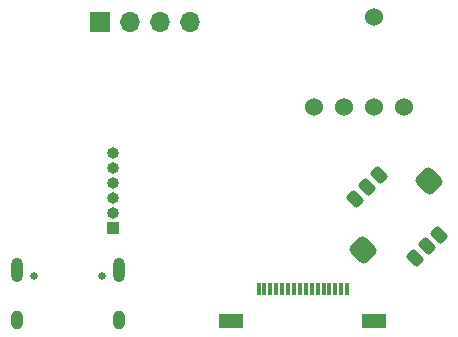
<source format=gbr>
%TF.GenerationSoftware,KiCad,Pcbnew,7.0.5*%
%TF.CreationDate,2023-07-02T21:33:01+09:00*%
%TF.ProjectId,robotrace_v2_Extended_UI,726f626f-7472-4616-9365-5f76325f4578,rev?*%
%TF.SameCoordinates,Original*%
%TF.FileFunction,Soldermask,Top*%
%TF.FilePolarity,Negative*%
%FSLAX46Y46*%
G04 Gerber Fmt 4.6, Leading zero omitted, Abs format (unit mm)*
G04 Created by KiCad (PCBNEW 7.0.5) date 2023-07-02 21:33:01*
%MOMM*%
%LPD*%
G01*
G04 APERTURE LIST*
G04 Aperture macros list*
%AMRoundRect*
0 Rectangle with rounded corners*
0 $1 Rounding radius*
0 $2 $3 $4 $5 $6 $7 $8 $9 X,Y pos of 4 corners*
0 Add a 4 corners polygon primitive as box body*
4,1,4,$2,$3,$4,$5,$6,$7,$8,$9,$2,$3,0*
0 Add four circle primitives for the rounded corners*
1,1,$1+$1,$2,$3*
1,1,$1+$1,$4,$5*
1,1,$1+$1,$6,$7*
1,1,$1+$1,$8,$9*
0 Add four rect primitives between the rounded corners*
20,1,$1+$1,$2,$3,$4,$5,0*
20,1,$1+$1,$4,$5,$6,$7,0*
20,1,$1+$1,$6,$7,$8,$9,0*
20,1,$1+$1,$8,$9,$2,$3,0*%
G04 Aperture macros list end*
%ADD10O,1.700000X1.700000*%
%ADD11R,1.700000X1.700000*%
%ADD12R,0.300000X1.000000*%
%ADD13R,2.000000X1.300000*%
%ADD14O,1.000000X2.100000*%
%ADD15O,1.000000X1.600000*%
%ADD16C,0.650000*%
%ADD17O,1.000000X1.000000*%
%ADD18R,1.000000X1.000000*%
%ADD19RoundRect,0.250000X-0.477297X0.123744X0.123744X-0.477297X0.477297X-0.123744X-0.123744X0.477297X0*%
%ADD20RoundRect,0.450000X-0.707107X0.070711X0.070711X-0.707107X0.707107X-0.070711X-0.070711X0.707107X0*%
%ADD21C,1.524000*%
G04 APERTURE END LIST*
D10*
%TO.C,J2*%
X148120000Y-93000000D03*
X145580000Y-93000000D03*
X143040000Y-93000000D03*
D11*
X140500000Y-93000000D03*
%TD*%
D12*
%TO.C,J1*%
X153950000Y-115592500D03*
X154450000Y-115592500D03*
X154950000Y-115592500D03*
X155450000Y-115592500D03*
X155950000Y-115592500D03*
X156450000Y-115592500D03*
X156950000Y-115592500D03*
X157450000Y-115592500D03*
X157950000Y-115592500D03*
X158450000Y-115592500D03*
X158950000Y-115592500D03*
X159450000Y-115592500D03*
X159950000Y-115592500D03*
X160450000Y-115592500D03*
X160950000Y-115592500D03*
X161450000Y-115592500D03*
D13*
X151650000Y-118292500D03*
X163750000Y-118292500D03*
%TD*%
D14*
%TO.C,J3*%
X133480000Y-113995000D03*
D15*
X133480000Y-118175000D03*
D14*
X142120000Y-113995000D03*
D15*
X142120000Y-118175000D03*
D16*
X134910000Y-114495000D03*
X140690000Y-114495000D03*
%TD*%
D17*
%TO.C,J4*%
X141600000Y-104050000D03*
X141600000Y-105320000D03*
X141600000Y-106590000D03*
X141600000Y-107860000D03*
X141600000Y-109130000D03*
D18*
X141600000Y-110400000D03*
%TD*%
D19*
%TO.C,SW1*%
X164137658Y-105922779D03*
X163130030Y-106930406D03*
X162122403Y-107938033D03*
X169193471Y-110978592D03*
X168185844Y-111986220D03*
X167178217Y-112993847D03*
D20*
X168380298Y-106453109D03*
X162794155Y-112322095D03*
%TD*%
D21*
%TO.C,SW2*%
X166240000Y-100192500D03*
X163700000Y-100192500D03*
X161160000Y-100192500D03*
X158620000Y-100192500D03*
X163700000Y-92572500D03*
%TD*%
M02*

</source>
